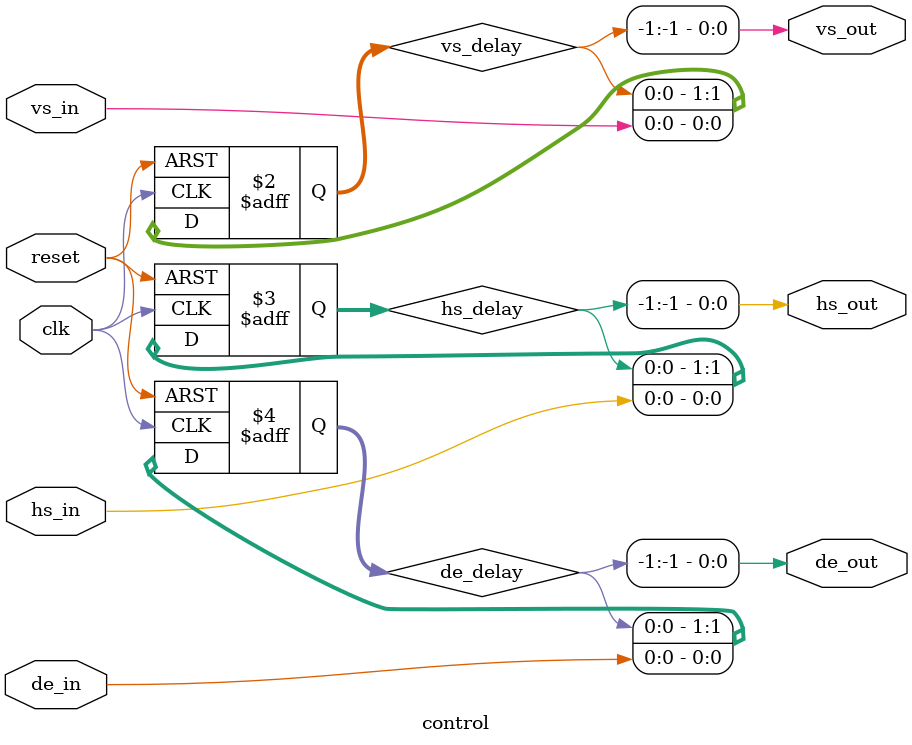
<source format=v>
module control #(
  parameter signed [31:0] delay = 0
)(
  input wire clk,
  input wire reset,
  input wire vs_in,
  input wire hs_in,
  input wire de_in,
  output wire vs_out,
  output wire hs_out,
  output wire de_out
);

  reg [delay-1:0] vs_delay;
  reg [delay-1:0] hs_delay;
  reg [delay-1:0] de_delay;

  always @(posedge clk or posedge reset) begin
    if (reset) begin
      vs_delay <= {delay{1'b0}};
      hs_delay <= {delay{1'b0}};
      de_delay <= {delay{1'b0}};
    end else begin
      vs_delay <= {vs_delay[delay-2:0], vs_in};
      hs_delay <= {hs_delay[delay-2:0], hs_in};
      de_delay <= {de_delay[delay-2:0], de_in};
    end
  end

  assign vs_out = vs_delay[delay-1];
  assign hs_out = hs_delay[delay-1];
  assign de_out = de_delay[delay-1];

endmodule

</source>
